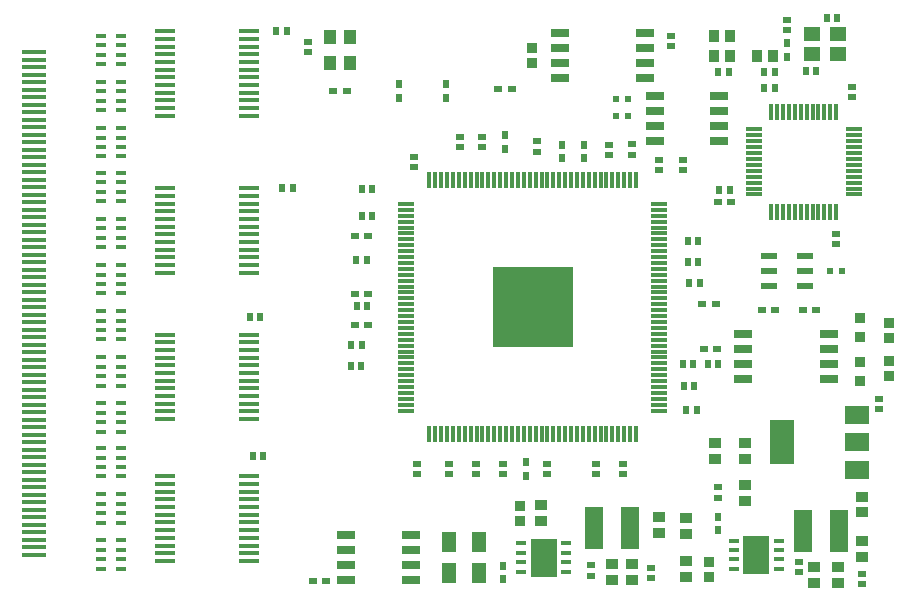
<source format=gtp>
G04*
G04 #@! TF.GenerationSoftware,Altium Limited,Altium Designer,24.4.1 (13)*
G04*
G04 Layer_Color=8421504*
%FSLAX44Y44*%
%MOMM*%
G71*
G04*
G04 #@! TF.SameCoordinates,5027E0DA-7AC5-4DA1-8C9F-505C02323C3A*
G04*
G04*
G04 #@! TF.FilePolarity,Positive*
G04*
G01*
G75*
%ADD17R,0.6400X0.6000*%
%ADD18R,0.6000X0.6400*%
%ADD19R,1.0000X0.9000*%
%ADD20R,0.5000X0.6000*%
%ADD21R,1.3300X0.5300*%
%ADD22R,0.3000X1.4750*%
%ADD23R,1.4750X0.3000*%
%ADD24R,1.5250X0.7000*%
%ADD25R,0.9500X0.9000*%
%ADD26R,1.6500X0.6500*%
%ADD27R,0.7500X0.6000*%
%ADD28R,0.9500X0.8500*%
%ADD29R,0.9000X1.0000*%
%ADD30R,1.1000X1.3000*%
%ADD31R,6.8500X6.8500*%
%ADD32R,2.0000X1.5000*%
%ADD33R,2.0000X3.8000*%
%ADD34R,0.6000X0.7500*%
%ADD35R,1.5000X3.6000*%
%ADD36R,0.9500X0.3500*%
%ADD37R,2.3000X3.2300*%
%ADD38R,1.2300X1.8000*%
%ADD39R,0.9000X0.4500*%
%ADD40R,1.8000X0.4500*%
%ADD41R,2.0000X0.3800*%
%ADD42R,1.4000X1.2000*%
D17*
X906000Y653400D02*
D03*
Y644600D02*
D03*
X762500Y583100D02*
D03*
Y591900D02*
D03*
X445000Y683100D02*
D03*
Y691900D02*
D03*
X639000Y598600D02*
D03*
Y607400D02*
D03*
X720000Y605000D02*
D03*
Y596200D02*
D03*
X742500Y583100D02*
D03*
Y591900D02*
D03*
X700000Y595600D02*
D03*
Y604400D02*
D03*
X929000Y389400D02*
D03*
Y380600D02*
D03*
X914000Y241400D02*
D03*
Y232600D02*
D03*
X861000Y242600D02*
D03*
Y251400D02*
D03*
X685000Y239600D02*
D03*
Y248400D02*
D03*
X736000Y246400D02*
D03*
Y237600D02*
D03*
X574000Y611400D02*
D03*
Y602600D02*
D03*
X712000Y334400D02*
D03*
Y325600D02*
D03*
X565000Y334400D02*
D03*
Y325600D02*
D03*
X535000Y594400D02*
D03*
Y585600D02*
D03*
X537500Y334400D02*
D03*
Y325600D02*
D03*
X647500Y334400D02*
D03*
Y325600D02*
D03*
X587500Y334400D02*
D03*
Y325600D02*
D03*
X593000Y602600D02*
D03*
Y611400D02*
D03*
X689000Y334400D02*
D03*
Y325600D02*
D03*
X610000Y334400D02*
D03*
Y325600D02*
D03*
X752500Y688100D02*
D03*
Y696900D02*
D03*
X792000Y314400D02*
D03*
Y305600D02*
D03*
X892500Y529400D02*
D03*
Y520600D02*
D03*
X851000Y701600D02*
D03*
Y710400D02*
D03*
D18*
X793600Y566000D02*
D03*
X802400D02*
D03*
X490600Y544000D02*
D03*
X499400D02*
D03*
X771400Y419000D02*
D03*
X762600D02*
D03*
X775400Y523000D02*
D03*
X766600D02*
D03*
X875400Y667000D02*
D03*
X866600D02*
D03*
X893400Y711750D02*
D03*
X884600D02*
D03*
X801400Y666000D02*
D03*
X792600D02*
D03*
X840400D02*
D03*
X831600D02*
D03*
X792400Y419000D02*
D03*
X783600D02*
D03*
X765600Y380000D02*
D03*
X774400D02*
D03*
X499400Y567500D02*
D03*
X490600D02*
D03*
X768100Y487500D02*
D03*
X776900D02*
D03*
X490400Y417000D02*
D03*
X481600D02*
D03*
X495400Y468000D02*
D03*
X486600D02*
D03*
X494900Y507000D02*
D03*
X486100D02*
D03*
X766600Y505000D02*
D03*
X775400D02*
D03*
X763600Y400000D02*
D03*
X772400D02*
D03*
X490900Y435000D02*
D03*
X482100D02*
D03*
X840400Y653000D02*
D03*
X831600D02*
D03*
X407400Y341000D02*
D03*
X398600D02*
D03*
X405000Y459000D02*
D03*
X396200D02*
D03*
X423600Y568000D02*
D03*
X432400D02*
D03*
X418600Y701000D02*
D03*
X427400D02*
D03*
D19*
X874000Y233250D02*
D03*
Y246750D02*
D03*
X894000D02*
D03*
Y233250D02*
D03*
X720000Y249250D02*
D03*
Y235750D02*
D03*
X702500Y249250D02*
D03*
Y235750D02*
D03*
X642500Y299250D02*
D03*
Y285750D02*
D03*
X790000Y338250D02*
D03*
Y351750D02*
D03*
X765000Y238250D02*
D03*
Y251750D02*
D03*
Y288750D02*
D03*
Y275250D02*
D03*
X742500Y289250D02*
D03*
Y275750D02*
D03*
X815000Y338250D02*
D03*
Y351750D02*
D03*
X914000Y255250D02*
D03*
Y268750D02*
D03*
Y306750D02*
D03*
Y293250D02*
D03*
X815000Y303250D02*
D03*
Y316750D02*
D03*
D20*
X897500Y497500D02*
D03*
X887500D02*
D03*
X706000Y643000D02*
D03*
X716000D02*
D03*
X706000Y629000D02*
D03*
X716000D02*
D03*
D21*
X835750Y485300D02*
D03*
Y498000D02*
D03*
Y510700D02*
D03*
X866250D02*
D03*
Y498000D02*
D03*
Y485300D02*
D03*
D22*
X892500Y632380D02*
D03*
X887500D02*
D03*
X882500D02*
D03*
X877500D02*
D03*
X872500D02*
D03*
X867500D02*
D03*
X862500D02*
D03*
X857500D02*
D03*
X852500D02*
D03*
X847500D02*
D03*
X842500D02*
D03*
X837500D02*
D03*
Y547620D02*
D03*
X842500D02*
D03*
X847500D02*
D03*
X852500D02*
D03*
X857500D02*
D03*
X862500D02*
D03*
X867500D02*
D03*
X872500D02*
D03*
X877500D02*
D03*
X882500D02*
D03*
X887500D02*
D03*
X892500D02*
D03*
X723000Y574380D02*
D03*
X718000D02*
D03*
X713000D02*
D03*
X708000D02*
D03*
X703000D02*
D03*
X698000D02*
D03*
X693000D02*
D03*
X683000D02*
D03*
X678000D02*
D03*
X673000D02*
D03*
X653000D02*
D03*
X648000D02*
D03*
X643000D02*
D03*
X688000D02*
D03*
X633000D02*
D03*
X638000D02*
D03*
X623000D02*
D03*
X628000D02*
D03*
X618000D02*
D03*
X613000D02*
D03*
X608000D02*
D03*
X668000D02*
D03*
X663000D02*
D03*
X658000D02*
D03*
X603000D02*
D03*
X598000D02*
D03*
X593000D02*
D03*
X588000D02*
D03*
X583000D02*
D03*
X578000D02*
D03*
X573000D02*
D03*
X568000D02*
D03*
X563000D02*
D03*
X558000D02*
D03*
X553000D02*
D03*
X548000D02*
D03*
X723000Y359620D02*
D03*
X718000D02*
D03*
X713000D02*
D03*
X708000D02*
D03*
X703000D02*
D03*
X698000D02*
D03*
X693000D02*
D03*
X688000D02*
D03*
X683000D02*
D03*
X678000D02*
D03*
X673000D02*
D03*
X668000D02*
D03*
X663000D02*
D03*
X658000D02*
D03*
X653000D02*
D03*
X648000D02*
D03*
X638000D02*
D03*
X643000D02*
D03*
X633000D02*
D03*
X628000D02*
D03*
X623000D02*
D03*
X618000D02*
D03*
X613000D02*
D03*
X608000D02*
D03*
X603000D02*
D03*
X598000D02*
D03*
X593000D02*
D03*
X588000D02*
D03*
X583000D02*
D03*
X578000D02*
D03*
X573000D02*
D03*
X568000D02*
D03*
X563000D02*
D03*
X558000D02*
D03*
X553000D02*
D03*
X548000D02*
D03*
D23*
X822620Y617500D02*
D03*
Y612500D02*
D03*
Y607500D02*
D03*
Y602500D02*
D03*
Y597500D02*
D03*
Y592500D02*
D03*
Y587500D02*
D03*
Y582500D02*
D03*
Y577500D02*
D03*
Y572500D02*
D03*
Y567500D02*
D03*
Y562500D02*
D03*
X907380D02*
D03*
Y567500D02*
D03*
Y572500D02*
D03*
Y577500D02*
D03*
Y582500D02*
D03*
Y587500D02*
D03*
Y592500D02*
D03*
Y597500D02*
D03*
Y602500D02*
D03*
Y607500D02*
D03*
Y612500D02*
D03*
Y617500D02*
D03*
X528120Y379500D02*
D03*
Y384500D02*
D03*
Y389500D02*
D03*
Y394500D02*
D03*
Y399500D02*
D03*
Y404500D02*
D03*
Y409500D02*
D03*
Y414500D02*
D03*
Y419500D02*
D03*
Y424500D02*
D03*
Y429500D02*
D03*
Y434500D02*
D03*
Y439500D02*
D03*
Y444500D02*
D03*
Y449500D02*
D03*
Y454500D02*
D03*
Y459500D02*
D03*
Y464500D02*
D03*
Y469500D02*
D03*
Y474500D02*
D03*
Y479500D02*
D03*
Y484500D02*
D03*
Y489500D02*
D03*
Y494500D02*
D03*
Y499500D02*
D03*
Y504500D02*
D03*
Y509500D02*
D03*
Y514500D02*
D03*
Y519500D02*
D03*
Y524500D02*
D03*
Y529500D02*
D03*
Y534500D02*
D03*
Y539500D02*
D03*
Y544500D02*
D03*
Y549500D02*
D03*
Y554500D02*
D03*
X742880Y379500D02*
D03*
Y384500D02*
D03*
Y389500D02*
D03*
Y394500D02*
D03*
Y399500D02*
D03*
Y404500D02*
D03*
Y409500D02*
D03*
Y414500D02*
D03*
Y419500D02*
D03*
Y424500D02*
D03*
Y429500D02*
D03*
Y434500D02*
D03*
Y439500D02*
D03*
Y444500D02*
D03*
Y449500D02*
D03*
Y479500D02*
D03*
Y454500D02*
D03*
Y524500D02*
D03*
Y459500D02*
D03*
Y464500D02*
D03*
Y489500D02*
D03*
Y534500D02*
D03*
Y469500D02*
D03*
Y474500D02*
D03*
Y529500D02*
D03*
Y484500D02*
D03*
Y539500D02*
D03*
Y494500D02*
D03*
Y499500D02*
D03*
Y504500D02*
D03*
Y509500D02*
D03*
Y514500D02*
D03*
Y519500D02*
D03*
Y544500D02*
D03*
Y549500D02*
D03*
Y554500D02*
D03*
D24*
X793120Y607950D02*
D03*
Y620650D02*
D03*
Y633350D02*
D03*
Y646050D02*
D03*
X738880D02*
D03*
Y633350D02*
D03*
Y620650D02*
D03*
Y607950D02*
D03*
X477880Y274050D02*
D03*
Y261350D02*
D03*
Y248650D02*
D03*
Y235950D02*
D03*
X532120D02*
D03*
Y248650D02*
D03*
Y261350D02*
D03*
Y274050D02*
D03*
D25*
X912500Y404500D02*
D03*
Y420500D02*
D03*
Y442000D02*
D03*
Y458000D02*
D03*
D26*
X814000Y444050D02*
D03*
Y431350D02*
D03*
Y418650D02*
D03*
Y405950D02*
D03*
X886000D02*
D03*
Y418650D02*
D03*
Y431350D02*
D03*
Y444050D02*
D03*
X659000Y660950D02*
D03*
Y673650D02*
D03*
Y686350D02*
D03*
Y699050D02*
D03*
X731000D02*
D03*
Y686350D02*
D03*
Y673650D02*
D03*
Y660950D02*
D03*
D27*
X790750Y470000D02*
D03*
X779250D02*
D03*
X606250Y652000D02*
D03*
X617750D02*
D03*
X478250Y650000D02*
D03*
X466750D02*
D03*
X780250Y432000D02*
D03*
X791750D02*
D03*
X829250Y465000D02*
D03*
X840750D02*
D03*
X875750D02*
D03*
X864250D02*
D03*
X460750Y235000D02*
D03*
X449250D02*
D03*
X803750Y556000D02*
D03*
X792250D02*
D03*
X484750Y478000D02*
D03*
X496250D02*
D03*
X484750Y452000D02*
D03*
X496250D02*
D03*
Y527000D02*
D03*
X484750D02*
D03*
D28*
X937500Y441000D02*
D03*
Y454000D02*
D03*
X785000Y251500D02*
D03*
Y238500D02*
D03*
X625000Y299000D02*
D03*
Y286000D02*
D03*
X937500Y421500D02*
D03*
Y408500D02*
D03*
X635000Y673500D02*
D03*
Y686500D02*
D03*
D29*
X802750Y680000D02*
D03*
X789250D02*
D03*
X825250D02*
D03*
X838750D02*
D03*
X789250Y697000D02*
D03*
X802750D02*
D03*
D30*
X464000Y696000D02*
D03*
X481000D02*
D03*
X464000Y674000D02*
D03*
X481000D02*
D03*
D31*
X635500Y467000D02*
D03*
D32*
X910000Y329500D02*
D03*
Y352500D02*
D03*
Y375500D02*
D03*
D33*
X847000Y352500D02*
D03*
D34*
X792000Y278250D02*
D03*
Y289750D02*
D03*
X610000Y236750D02*
D03*
Y248250D02*
D03*
X851000Y679250D02*
D03*
Y690750D02*
D03*
X630000Y324250D02*
D03*
Y335750D02*
D03*
X612000Y612750D02*
D03*
Y601250D02*
D03*
X660000Y604750D02*
D03*
Y593250D02*
D03*
X562000Y655750D02*
D03*
Y644250D02*
D03*
X522000D02*
D03*
Y655750D02*
D03*
X679000Y604750D02*
D03*
Y593250D02*
D03*
D35*
X894750Y277250D02*
D03*
X864250D02*
D03*
X687250Y280000D02*
D03*
X717750D02*
D03*
D36*
X806000Y269500D02*
D03*
Y261500D02*
D03*
Y253500D02*
D03*
Y245500D02*
D03*
X844000D02*
D03*
Y253500D02*
D03*
Y261500D02*
D03*
Y269500D02*
D03*
X626000Y267000D02*
D03*
Y259000D02*
D03*
Y251000D02*
D03*
Y243000D02*
D03*
X664000D02*
D03*
Y251000D02*
D03*
Y259000D02*
D03*
Y267000D02*
D03*
D37*
X825000Y257500D02*
D03*
X645000Y255000D02*
D03*
D38*
X565000Y241900D02*
D03*
Y268100D02*
D03*
X590000Y241900D02*
D03*
Y268100D02*
D03*
D39*
X287200Y253700D02*
D03*
Y245700D02*
D03*
Y269700D02*
D03*
Y261700D02*
D03*
X270200D02*
D03*
Y269700D02*
D03*
Y245700D02*
D03*
Y253700D02*
D03*
Y292700D02*
D03*
Y284700D02*
D03*
Y308700D02*
D03*
Y300700D02*
D03*
X287200D02*
D03*
Y308700D02*
D03*
Y284700D02*
D03*
Y292700D02*
D03*
X270200Y331700D02*
D03*
Y323700D02*
D03*
Y347700D02*
D03*
Y339700D02*
D03*
X287200D02*
D03*
Y347700D02*
D03*
Y323700D02*
D03*
Y331700D02*
D03*
X270200Y369700D02*
D03*
Y361700D02*
D03*
Y385700D02*
D03*
Y377700D02*
D03*
X287200D02*
D03*
Y385700D02*
D03*
Y361700D02*
D03*
Y369700D02*
D03*
X270200Y408700D02*
D03*
Y400700D02*
D03*
Y424700D02*
D03*
Y416700D02*
D03*
X287200D02*
D03*
Y424700D02*
D03*
Y400700D02*
D03*
Y408700D02*
D03*
X270200Y447700D02*
D03*
Y439700D02*
D03*
Y463700D02*
D03*
Y455700D02*
D03*
X287200D02*
D03*
Y463700D02*
D03*
Y439700D02*
D03*
Y447700D02*
D03*
X270200Y486700D02*
D03*
Y478700D02*
D03*
Y502700D02*
D03*
Y494700D02*
D03*
X287200D02*
D03*
Y502700D02*
D03*
Y478700D02*
D03*
Y486700D02*
D03*
X270200Y525700D02*
D03*
Y517700D02*
D03*
Y541700D02*
D03*
Y533700D02*
D03*
X287200D02*
D03*
Y541700D02*
D03*
Y517700D02*
D03*
Y525700D02*
D03*
X270200Y564700D02*
D03*
Y556700D02*
D03*
Y580700D02*
D03*
Y572700D02*
D03*
X287200D02*
D03*
Y580700D02*
D03*
Y556700D02*
D03*
Y564700D02*
D03*
X270200Y602700D02*
D03*
Y594700D02*
D03*
Y618700D02*
D03*
Y610700D02*
D03*
X287200D02*
D03*
Y618700D02*
D03*
Y594700D02*
D03*
Y602700D02*
D03*
X270200Y641700D02*
D03*
Y633700D02*
D03*
Y657700D02*
D03*
Y649700D02*
D03*
X287200D02*
D03*
Y657700D02*
D03*
Y633700D02*
D03*
Y641700D02*
D03*
X270200Y680700D02*
D03*
Y672700D02*
D03*
Y696700D02*
D03*
Y688700D02*
D03*
X287200D02*
D03*
Y696700D02*
D03*
Y672700D02*
D03*
Y680700D02*
D03*
D40*
X324500Y443750D02*
D03*
Y437250D02*
D03*
Y430750D02*
D03*
Y424250D02*
D03*
Y417750D02*
D03*
Y411250D02*
D03*
Y404750D02*
D03*
Y398250D02*
D03*
Y391750D02*
D03*
Y385250D02*
D03*
Y378750D02*
D03*
Y372250D02*
D03*
X395500D02*
D03*
Y378750D02*
D03*
Y385250D02*
D03*
Y391750D02*
D03*
Y398250D02*
D03*
Y404750D02*
D03*
Y411250D02*
D03*
Y417750D02*
D03*
Y424250D02*
D03*
Y430750D02*
D03*
Y437250D02*
D03*
Y443750D02*
D03*
Y567750D02*
D03*
Y561250D02*
D03*
Y554750D02*
D03*
Y548250D02*
D03*
Y541750D02*
D03*
Y535250D02*
D03*
Y528750D02*
D03*
Y522250D02*
D03*
Y515750D02*
D03*
Y509250D02*
D03*
Y502750D02*
D03*
Y496250D02*
D03*
X324500D02*
D03*
Y502750D02*
D03*
Y509250D02*
D03*
Y515750D02*
D03*
Y522250D02*
D03*
Y528750D02*
D03*
Y535250D02*
D03*
Y541750D02*
D03*
Y548250D02*
D03*
Y554750D02*
D03*
Y561250D02*
D03*
Y567750D02*
D03*
X395500Y700750D02*
D03*
Y694250D02*
D03*
Y687750D02*
D03*
Y681250D02*
D03*
Y674750D02*
D03*
Y668250D02*
D03*
Y661750D02*
D03*
Y655250D02*
D03*
Y648750D02*
D03*
Y642250D02*
D03*
Y635750D02*
D03*
Y629250D02*
D03*
X324500D02*
D03*
Y635750D02*
D03*
Y642250D02*
D03*
Y648750D02*
D03*
Y655250D02*
D03*
Y661750D02*
D03*
Y668250D02*
D03*
Y674750D02*
D03*
Y681250D02*
D03*
Y687750D02*
D03*
Y694250D02*
D03*
Y700750D02*
D03*
X395500Y323750D02*
D03*
Y317250D02*
D03*
Y310750D02*
D03*
Y304250D02*
D03*
Y297750D02*
D03*
Y291250D02*
D03*
Y284750D02*
D03*
Y278250D02*
D03*
Y271750D02*
D03*
Y265250D02*
D03*
Y258750D02*
D03*
Y252250D02*
D03*
X324500D02*
D03*
Y258750D02*
D03*
Y265250D02*
D03*
Y271750D02*
D03*
Y278250D02*
D03*
Y284750D02*
D03*
Y291250D02*
D03*
Y297750D02*
D03*
Y304250D02*
D03*
Y310750D02*
D03*
Y317250D02*
D03*
Y323750D02*
D03*
D41*
X213000Y644625D02*
D03*
Y638275D02*
D03*
Y631925D02*
D03*
Y625575D02*
D03*
Y682725D02*
D03*
Y670025D02*
D03*
Y657325D02*
D03*
Y619225D02*
D03*
Y606525D02*
D03*
Y593825D02*
D03*
Y581125D02*
D03*
Y568425D02*
D03*
Y555725D02*
D03*
Y543025D02*
D03*
Y530325D02*
D03*
Y517625D02*
D03*
Y504925D02*
D03*
Y492225D02*
D03*
Y479525D02*
D03*
Y466825D02*
D03*
Y454125D02*
D03*
Y441425D02*
D03*
Y428725D02*
D03*
Y416025D02*
D03*
Y403325D02*
D03*
Y390625D02*
D03*
Y377925D02*
D03*
Y365225D02*
D03*
Y352525D02*
D03*
Y339825D02*
D03*
Y327125D02*
D03*
Y314425D02*
D03*
Y301725D02*
D03*
Y289025D02*
D03*
Y276325D02*
D03*
Y263625D02*
D03*
Y676375D02*
D03*
Y663675D02*
D03*
Y650975D02*
D03*
Y612875D02*
D03*
Y600175D02*
D03*
Y587475D02*
D03*
Y574775D02*
D03*
Y562075D02*
D03*
Y549375D02*
D03*
Y536675D02*
D03*
Y523975D02*
D03*
Y511275D02*
D03*
Y498575D02*
D03*
Y485875D02*
D03*
Y473175D02*
D03*
Y460475D02*
D03*
Y447775D02*
D03*
Y435075D02*
D03*
Y422375D02*
D03*
Y409675D02*
D03*
Y396975D02*
D03*
Y384275D02*
D03*
Y371575D02*
D03*
Y358875D02*
D03*
Y346175D02*
D03*
Y333475D02*
D03*
Y320775D02*
D03*
Y308075D02*
D03*
Y295375D02*
D03*
Y282675D02*
D03*
Y269975D02*
D03*
Y257275D02*
D03*
D42*
X872000Y698500D02*
D03*
X894000D02*
D03*
Y681500D02*
D03*
X872000D02*
D03*
M02*

</source>
